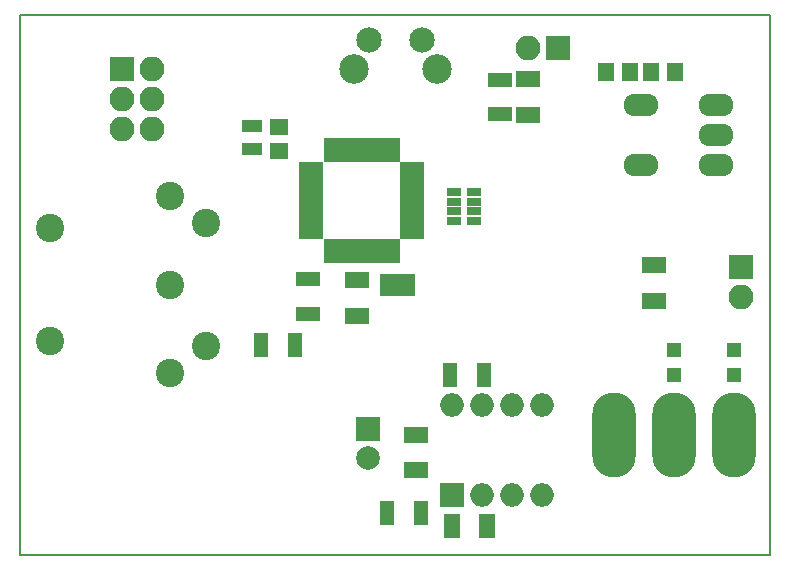
<source format=gbr>
G04 #@! TF.FileFunction,Soldermask,Top*
%FSLAX46Y46*%
G04 Gerber Fmt 4.6, Leading zero omitted, Abs format (unit mm)*
G04 Created by KiCad (PCBNEW 4.0.7-e2-6376~58~ubuntu17.04.1) date Sat Mar 10 17:53:06 2018*
%MOMM*%
%LPD*%
G01*
G04 APERTURE LIST*
%ADD10C,0.100000*%
%ADD11C,0.150000*%
%ADD12R,2.000000X2.000000*%
%ADD13O,2.000000X2.000000*%
%ADD14R,2.000000X1.400000*%
%ADD15R,0.950000X2.000000*%
%ADD16R,2.000000X0.950000*%
%ADD17C,2.000000*%
%ADD18R,2.100000X2.100000*%
%ADD19O,2.100000X2.100000*%
%ADD20C,2.500000*%
%ADD21C,2.150000*%
%ADD22R,1.300000X0.800000*%
%ADD23R,1.000000X1.900000*%
%ADD24O,3.700000X7.200000*%
%ADD25C,2.400000*%
%ADD26O,2.940000X1.924000*%
%ADD27R,1.400000X2.000000*%
%ADD28R,2.100000X1.300000*%
%ADD29R,1.300000X2.100000*%
%ADD30R,1.300000X1.200000*%
%ADD31R,1.700000X1.100000*%
%ADD32R,1.400000X1.650000*%
%ADD33R,1.650000X1.400000*%
G04 APERTURE END LIST*
D10*
D11*
X120396000Y-122428000D02*
X120396000Y-76708000D01*
X183896000Y-122428000D02*
X120396000Y-122428000D01*
X183896000Y-122428000D02*
X183896000Y-76708000D01*
X183896000Y-76708000D02*
X120396000Y-76708000D01*
D12*
X156972000Y-117348000D03*
D13*
X164592000Y-109728000D03*
X159512000Y-117348000D03*
X162052000Y-109728000D03*
X162052000Y-117348000D03*
X159512000Y-109728000D03*
X164592000Y-117348000D03*
X156972000Y-109728000D03*
D14*
X174117000Y-97941000D03*
X174117000Y-100941000D03*
D15*
X146552000Y-96706000D03*
X147352000Y-96706000D03*
X148152000Y-96706000D03*
X148952000Y-96706000D03*
X149752000Y-96706000D03*
X150552000Y-96706000D03*
X151352000Y-96706000D03*
X152152000Y-96706000D03*
D16*
X153602000Y-95256000D03*
X153602000Y-94456000D03*
X153602000Y-93656000D03*
X153602000Y-92856000D03*
X153602000Y-92056000D03*
X153602000Y-91256000D03*
X153602000Y-90456000D03*
X153602000Y-89656000D03*
D15*
X152152000Y-88206000D03*
X151352000Y-88206000D03*
X150552000Y-88206000D03*
X149752000Y-88206000D03*
X148952000Y-88206000D03*
X148152000Y-88206000D03*
X147352000Y-88206000D03*
X146552000Y-88206000D03*
D16*
X145102000Y-89656000D03*
X145102000Y-90456000D03*
X145102000Y-91256000D03*
X145102000Y-92056000D03*
X145102000Y-92856000D03*
X145102000Y-93656000D03*
X145102000Y-94456000D03*
X145102000Y-95256000D03*
D12*
X149860000Y-111760000D03*
D17*
X149860000Y-114260000D03*
D18*
X129032000Y-81280000D03*
D19*
X131572000Y-81280000D03*
X129032000Y-83820000D03*
X131572000Y-83820000D03*
X129032000Y-86360000D03*
X131572000Y-86360000D03*
D20*
X155747000Y-81357000D03*
D21*
X154487000Y-78867000D03*
X149987000Y-78867000D03*
D20*
X148737000Y-81357000D03*
D22*
X157138000Y-92564000D03*
X157138000Y-93364000D03*
X157138000Y-91764000D03*
X157138000Y-94164000D03*
X158838000Y-91764000D03*
X158838000Y-92564000D03*
X158838000Y-93364000D03*
X158838000Y-94164000D03*
D23*
X151450000Y-99568000D03*
X153350000Y-99568000D03*
X152400000Y-99568000D03*
D24*
X180848000Y-112268000D03*
X170688000Y-112268000D03*
X175768000Y-112268000D03*
D18*
X181483000Y-98044000D03*
D19*
X181483000Y-100584000D03*
D18*
X165989000Y-79502000D03*
D19*
X163449000Y-79502000D03*
D25*
X122936000Y-94768000D03*
X136156000Y-94368000D03*
X136156000Y-104768000D03*
X133096000Y-107068000D03*
X133096000Y-99568000D03*
X133096000Y-92068000D03*
X122936000Y-104368000D03*
D26*
X172974000Y-84328000D03*
X172974000Y-89408000D03*
X179324000Y-84328000D03*
X179324000Y-86868000D03*
X179324000Y-89408000D03*
D14*
X153924000Y-115292000D03*
X153924000Y-112292000D03*
X163449000Y-82193000D03*
X163449000Y-85193000D03*
D27*
X156996000Y-120015000D03*
X159996000Y-120015000D03*
D14*
X148971000Y-102211000D03*
X148971000Y-99211000D03*
D28*
X144780000Y-102034000D03*
X144780000Y-99134000D03*
D29*
X154358000Y-118872000D03*
X151458000Y-118872000D03*
X143690000Y-104648000D03*
X140790000Y-104648000D03*
X156792000Y-107188000D03*
X159692000Y-107188000D03*
D28*
X161036000Y-82243000D03*
X161036000Y-85143000D03*
D30*
X175768000Y-107222000D03*
X175768000Y-105122000D03*
X180848000Y-105122000D03*
X180848000Y-107222000D03*
D31*
X140081000Y-86172000D03*
X140081000Y-88072000D03*
D32*
X175879000Y-81534000D03*
X173879000Y-81534000D03*
X170069000Y-81534000D03*
X172069000Y-81534000D03*
D33*
X142367000Y-88249000D03*
X142367000Y-86249000D03*
M02*

</source>
